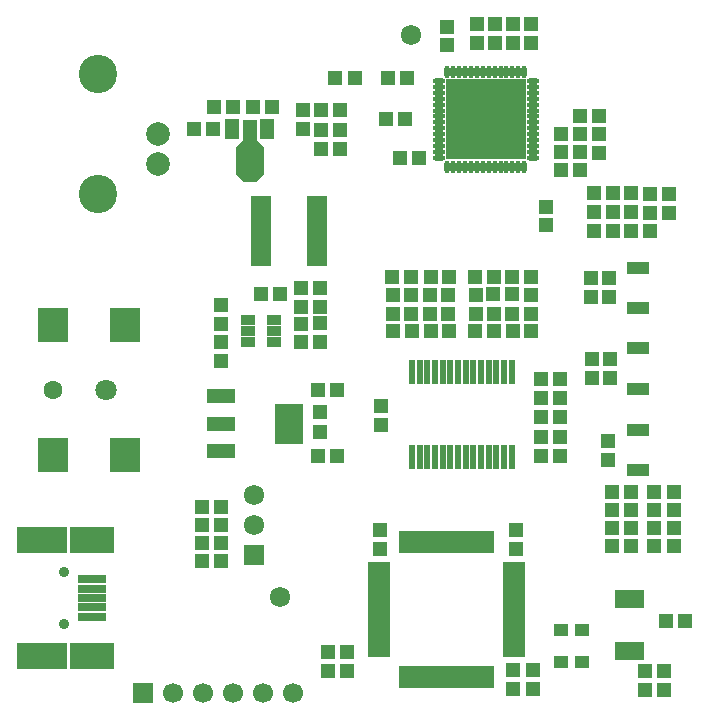
<source format=gts>
G04 DipTrace 3.0.0.2*
G04 SDR_Transmitter.GTS*
%MOIN*%
G04 #@! TF.FileFunction,Soldermask,Top*
G04 #@! TF.Part,Single*
%AMOUTLINE1*5,1,4,0,0,0.066813,-135.0*%
%AMOUTLINE4*5,1,4,0,0,0.066813,-45.0*%
%AMOUTLINE7*5,1,4,0,0,0.066813,45.0*%
%AMOUTLINE10*
4,1,4,
-0.035433,-0.009843,
-0.035433,0.009843,
0.035433,0.009843,
0.035433,-0.009843,
-0.035433,-0.009843,
0*%
%AMOUTLINE13*
4,1,4,
0.009843,-0.035433,
-0.009843,-0.035433,
-0.009843,0.035433,
0.009843,0.035433,
0.009843,-0.035433,
0*%
%AMOUTLINE16*
4,1,10,
-0.023622,0.104331,
-0.023622,0.035095,
-0.047244,0.011473,
-0.047244,-0.078402,
-0.021316,-0.104331,
0.021316,-0.104331,
0.047244,-0.078402,
0.047244,0.011473,
0.023622,0.035095,
0.023622,0.104331,
-0.023622,0.104331,
0*%
%ADD38C,0.070866*%
%ADD57C,0.035433*%
%ADD58C,0.062992*%
%ADD64R,0.050787X0.041339*%
%ADD66R,0.047244X0.066929*%
%ADD68R,0.267717X0.267717*%
%ADD70O,0.041339X0.019685*%
%ADD72O,0.019685X0.041339*%
%ADD74R,0.09252X0.135827*%
%ADD76R,0.09252X0.045276*%
%ADD78R,0.019685X0.062992*%
%ADD80R,0.023622X0.07874*%
%ADD82R,0.047244X0.035433*%
%ADD84R,0.074803X0.03937*%
%ADD86R,0.070866X0.232283*%
%ADD89C,0.07874*%
%ADD93C,0.127953*%
%ADD95C,0.066929*%
%ADD99R,0.066929X0.066929*%
%ADD101R,0.067874X0.067874*%
%ADD103R,0.102362X0.11811*%
%ADD105R,0.165354X0.088583*%
%ADD107R,0.145669X0.088583*%
%ADD109R,0.096457X0.027559*%
%ADD111C,0.067874*%
%ADD113R,0.047244X0.051181*%
%ADD115R,0.051181X0.047244*%
%ADD117R,0.047244X0.047244*%
%ADD124OUTLINE1*%
%ADD127OUTLINE4*%
%ADD130OUTLINE7*%
%ADD133OUTLINE10*%
%ADD136OUTLINE13*%
%ADD139OUTLINE16*%
%FSLAX26Y26*%
G04*
G70*
G90*
G75*
G01*
G04 TopMask*
%LPD*%
D117*
X886000Y1412000D3*
X823008D3*
X690000Y1313008D3*
Y1376000D3*
X1018000Y1434000D3*
Y1371008D3*
X1756000Y1066000D3*
X1818992D3*
X1222000Y1040000D3*
Y977008D3*
X1756000Y938000D3*
X1818992D3*
X1756000Y1130000D3*
X1818992D3*
X688000Y704000D3*
X625008D3*
X688000Y644000D3*
X625008D3*
X687984Y584255D3*
X624992D3*
X688000Y524000D3*
X625008D3*
X1756000Y874000D3*
X1818992D3*
D124*
X1110000Y156000D3*
X1047008D3*
D117*
X1728000Y160000D3*
Y97008D3*
D127*
X1664000Y159999D3*
Y97007D3*
X1672000Y564001D3*
Y626993D3*
D117*
X2172000Y324000D3*
X2234992D3*
X1983504Y1466496D3*
Y1403504D3*
X1978000Y922000D3*
Y859008D3*
X1985000Y1134008D3*
Y1197000D3*
D127*
X1218000Y627999D3*
Y565007D3*
D130*
X1109999Y220000D3*
X1047007D3*
D117*
X1722000Y2249969D3*
Y2312961D3*
X1822000Y1886000D3*
X1884992D3*
X1934000Y1750000D3*
Y1687008D3*
X2118000Y1624000D3*
X2055008D3*
X1012000Y872000D3*
X1074992D3*
X2182000Y1748000D3*
Y1685008D3*
X1996000Y1750000D3*
Y1687008D3*
X1822000Y1826000D3*
X1884992D3*
X1444000Y2241969D3*
Y2304961D3*
X1348031Y1866000D3*
X1285039D3*
X1324102Y1347969D3*
X1387094D3*
X1324000Y1410000D3*
X1386992D3*
X1950000Y2008000D3*
X1887008D3*
X1886000Y1946000D3*
X1823008D3*
X796571Y2035815D3*
X859563D3*
X1304000Y1998000D3*
X1241008D3*
X962000Y1962709D3*
Y2025701D3*
X662634Y1961815D3*
X599642D3*
X1662000Y2249969D3*
Y2312961D3*
X1602000Y2249969D3*
Y2312961D3*
X1542000Y2249969D3*
Y2312961D3*
X1661031Y1348000D3*
X1598039D3*
X1660000Y1412000D3*
X1597008D3*
D115*
X2198000Y572000D3*
X2131071D3*
X2198000Y632000D3*
X2131071D3*
X2198000Y692000D3*
X2131071D3*
X2198000Y752000D3*
X2131071D3*
D113*
X1018000Y952000D3*
Y1018929D3*
D115*
X1068000Y2132000D3*
X1134929D3*
D111*
X886000Y404000D3*
D109*
X258000Y462992D3*
Y431496D3*
Y400000D3*
Y368504D3*
Y337008D3*
D107*
X258984Y593898D3*
Y206102D3*
D105*
X91661Y593898D3*
Y206102D3*
D57*
X166465Y486614D3*
Y313386D3*
D103*
X130000Y1308535D3*
X370157D3*
X130000Y875465D3*
X370157D3*
D58*
X130000Y1092000D3*
D38*
X307165D3*
D101*
X800000Y544000D3*
D111*
Y644000D3*
Y744000D3*
D99*
X428000Y84000D3*
D95*
X528000D3*
X628000D3*
X728000D3*
X828000D3*
X928000D3*
D93*
X280000Y1746000D3*
X279906Y2146000D3*
D89*
X480016Y1946000D3*
Y1846000D3*
D86*
X824000Y1624000D3*
X1009039D3*
D117*
X1264000Y1348000D3*
Y1410992D3*
X1446000Y1348000D3*
Y1410992D3*
X1722000Y1348000D3*
Y1410992D3*
X1538000Y1348000D3*
Y1410992D3*
D111*
X1322000Y2278000D3*
D117*
X690000Y1189969D3*
Y1252961D3*
X956000Y1432992D3*
Y1370000D3*
Y1314992D3*
Y1252000D3*
X1018000Y1316000D3*
Y1253008D3*
X1818000Y1002000D3*
X1755008D3*
X2165496Y157496D3*
Y94504D3*
X2102000Y158000D3*
Y95008D3*
X1923504Y1403504D3*
Y1466496D3*
X2054961Y572000D3*
X1991969D3*
X2056000Y632000D3*
X1993008D3*
X2056031Y692000D3*
X1993039D3*
X2056031Y752000D3*
X1993039D3*
X1925000Y1197000D3*
Y1134008D3*
X2120000Y1748000D3*
Y1685008D3*
X2056000Y1686000D3*
Y1748992D3*
X1076000Y1094000D3*
X1013008D3*
X1996000Y1624000D3*
X1933008D3*
X1262000Y1290000D3*
X1324992D3*
X1260000Y1470000D3*
X1322992D3*
X1388000Y1290000D3*
X1450992D3*
X1388000Y1470000D3*
X1450992D3*
X1948000Y1884000D3*
Y1946992D3*
X666571Y2035815D3*
X729563D3*
X1310000Y2134000D3*
X1247008D3*
X1086031Y2026740D3*
X1023039D3*
X1724228Y1290000D3*
X1661236D3*
X1724000Y1470000D3*
X1661008D3*
X1086000Y1896740D3*
Y1959732D3*
X1024000Y1896740D3*
Y1959732D3*
X1772000Y1642000D3*
Y1704992D3*
X1598228Y1290000D3*
X1535236D3*
X1598000Y1470000D3*
X1535008D3*
D84*
X2080000Y1232000D3*
Y1098142D3*
Y1500000D3*
Y1366142D3*
Y960000D3*
Y826142D3*
D82*
X778000Y1328000D3*
Y1290598D3*
Y1253197D3*
X864575D3*
Y1290598D3*
Y1328000D3*
D80*
X1326000Y870000D3*
X1351591D3*
X1377181D3*
X1402772D3*
X1428362D3*
X1453953D3*
X1479543D3*
X1505134D3*
X1530724D3*
X1556315D3*
X1581906D3*
X1607496D3*
X1633087D3*
X1658677D3*
Y1153472D3*
X1633087Y1153465D3*
X1607496D3*
X1581906D3*
X1556315D3*
X1530724D3*
X1505134D3*
X1479543D3*
X1453953D3*
X1428362D3*
X1402772D3*
X1377181D3*
X1351591D3*
X1326000D3*
D133*
X1666000Y214000D3*
Y233685D3*
Y253370D3*
Y273055D3*
Y292740D3*
Y312425D3*
Y332110D3*
Y351795D3*
Y371480D3*
Y391165D3*
Y410850D3*
Y430535D3*
Y450220D3*
Y469906D3*
Y489591D3*
Y509276D3*
D136*
X1589228Y586047D3*
X1569543D3*
X1549858D3*
X1530173D3*
X1510488D3*
X1490803D3*
X1471118D3*
X1451433D3*
X1431748D3*
X1412063D3*
X1392378D3*
X1372693D3*
X1353008D3*
X1333323D3*
X1313638D3*
X1293953D3*
D133*
X1217181Y509276D3*
Y489591D3*
Y469906D3*
Y450220D3*
Y430535D3*
Y410850D3*
Y391165D3*
Y371480D3*
Y351795D3*
Y332110D3*
Y312425D3*
Y292740D3*
Y273055D3*
Y253370D3*
Y233685D3*
Y214000D3*
D136*
X1293953Y137228D3*
X1313638D3*
X1333323D3*
X1353008D3*
X1372693D3*
X1392378D3*
X1412063D3*
X1431748D3*
X1451433D3*
X1471118D3*
X1490803D3*
X1510488D3*
X1530173D3*
X1549858D3*
X1569543D3*
X1589228D3*
D78*
X2011146Y222854D3*
X2030831D3*
X2050516D3*
X2070201D3*
X2089886D3*
Y396083D3*
X2070201D3*
X2050516D3*
X2030831D3*
X2011146D3*
D76*
X688000Y1072000D3*
Y981449D3*
Y890898D3*
D74*
X916346Y981449D3*
D72*
X1444000Y1838000D3*
X1463685D3*
X1483370D3*
X1503055D3*
X1522740D3*
X1542425D3*
X1562110D3*
X1581795D3*
X1601480D3*
X1621165D3*
X1640850D3*
X1660535D3*
X1680220D3*
X1699906D3*
D70*
X1729433Y1867528D3*
Y1887213D3*
Y1906898D3*
Y1926583D3*
Y1946268D3*
Y1965953D3*
Y1985638D3*
Y2005323D3*
Y2025008D3*
Y2044693D3*
Y2064378D3*
Y2084063D3*
Y2103748D3*
Y2123433D3*
D72*
X1699906Y2152961D3*
X1680220D3*
X1660535D3*
X1640850D3*
X1621165D3*
X1601480D3*
X1581795D3*
X1562110D3*
X1542425D3*
X1522740D3*
X1503055D3*
X1483370D3*
X1463685D3*
X1444000D3*
D70*
X1414467Y2123433D3*
X1414472Y2103748D3*
Y2084063D3*
Y2064378D3*
Y2044693D3*
Y2025008D3*
Y2005323D3*
Y1985638D3*
Y1965953D3*
Y1946268D3*
Y1926583D3*
Y1906898D3*
Y1887213D3*
Y1867528D3*
D68*
X1571950Y1995480D3*
D66*
X844000Y1962000D3*
D139*
X784945Y1891134D3*
D66*
X725890Y1962000D3*
D64*
X1894000Y186000D3*
Y293480D3*
X1823528D3*
Y186000D3*
M02*

</source>
